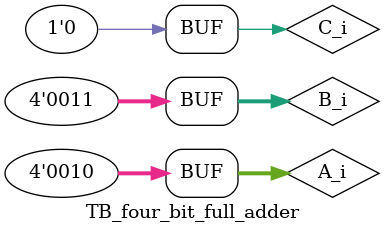
<source format=v>
module TB_four_bit_full_adder (
    // TB don't have and I/O port
);

    reg     [3:0]   A_i;
    reg     [3:0]   B_i;
    reg             C_i;
    wire    [3:0]   S_o;
    wire            C_o;

    four_bit_full_adder u_four_bit_full_adder(
        .A_i ( A_i ),
        .B_i ( B_i ),
        .C_i ( C_i ),
        .S_o ( S_o ),
        .C_o ( C_o )
    );

    initial begin
        #0
            A_i = 'd10;
            B_i = 'd5;
            C_i = 'd0;
        #5
            A_i = 'd3;
            B_i = 'd7;
            C_i = 'd0;
        #5
            A_i = 'd2;
            B_i = 'd3;
            C_i = 'd0;
    end

endmodule
</source>
